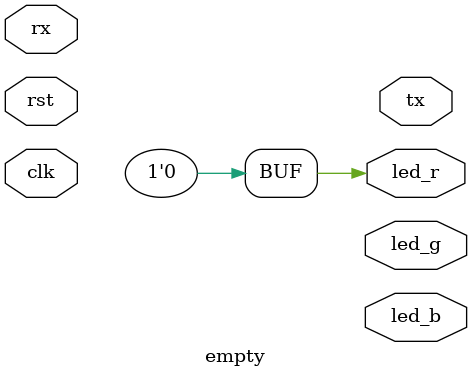
<source format=sv>
module empty
    (
        input logic clk,
        input logic rst,

        output logic led_r,
        output logic led_g,
        output logic led_b,

        input logic rx,
        output logic tx
    );
    assign led_r = 1'b0;
endmodule

</source>
